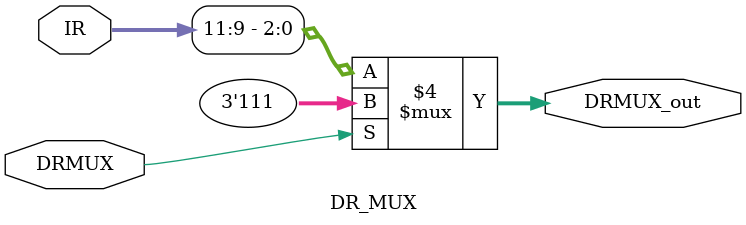
<source format=sv>
module DR_MUX(
	input logic [15:0] IR,
	input logic DRMUX,
	output logic [2:0] DRMUX_out
);
	
	always_comb begin
	if(~DRMUX)
		DRMUX_out = IR[11:9];
	else
		DRMUX_out = 3'b111;
	end
	
endmodule

</source>
